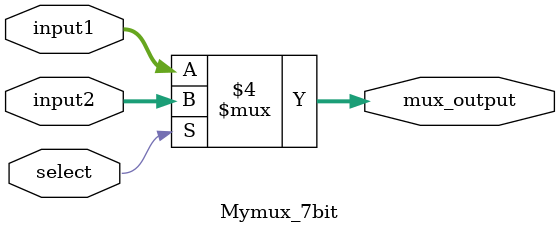
<source format=v>
 

module Mymux_7bit(input1, input2, mux_output, select);
input [6:0]input1, input2;
input select;
output [6:0]mux_output;
reg [6:0]mux_output;

always@(select) begin

if(select == 1'b1) begin

mux_output = input2;

end

else begin

mux_output = input1;

end

end

endmodule
</source>
